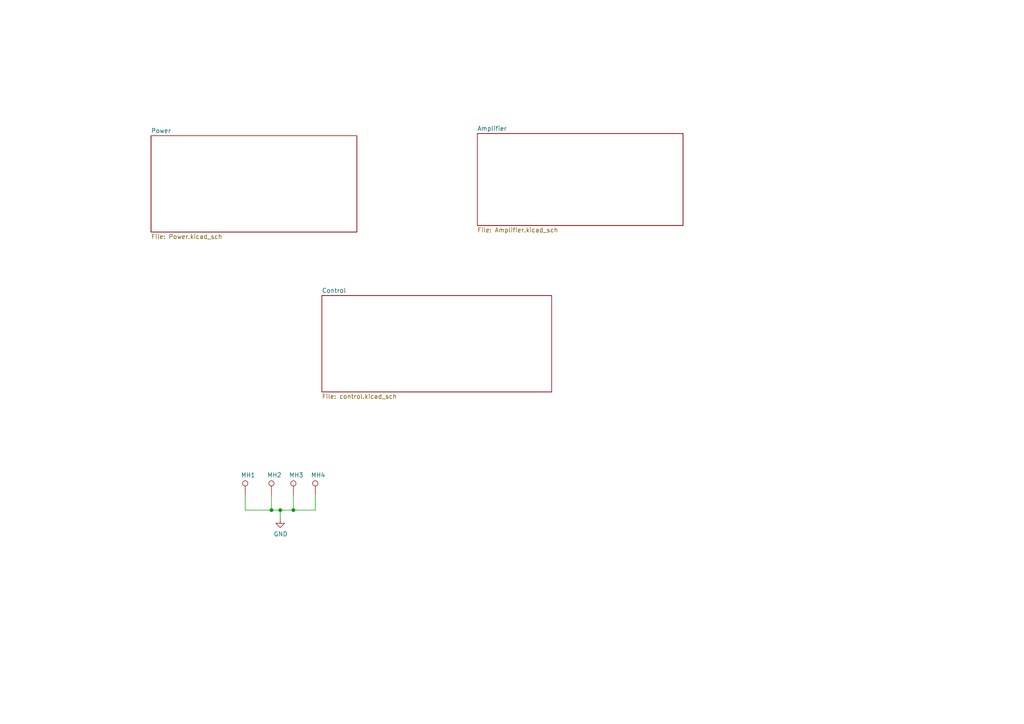
<source format=kicad_sch>
(kicad_sch (version 20231120) (generator "eeschema") (generator_version "8.0")
  (paper "A4")
  (title_block (title "Radioberry - amplifier") (date "2020-12-18") (rev "beta 1") (company "AppMind") (comment 1 "PA3GSB Johan Maas"))
  (lib_symbols
    (symbol "hermeslite:GND" (power) (pin_names (offset 0))
      (property "Value" "GND" (at 0 -3.81 0))
      (symbol "GND_0_1"
        (polyline (pts (xy 0 0) (xy 0 -1.27) (xy 1.27 -1.27) (xy 0 -2.54) (xy -1.27 -1.27) (xy 0 -1.27)))
      )
      (symbol "GND_1_1"
        (pin power_in line (at 0 0 270) (length 0) hide (name "GND") (number "1"))
      )
    )
    (symbol "hermeslite:TEST_1P" (pin_numbers hide) (pin_names (offset 0.762) hide)
      (property "Reference" "J" (at 0 6.858 0))
      (property "Value" "TEST_1P" (at 0 5.08 0))
      (symbol "TEST_1P_0_1"
        (circle (center 0 3.302) (radius 0.762))
      )
      (symbol "TEST_1P_1_1"
        (pin passive line (at 0 0 90) (length 2.54) (name "1") (number "1"))
      )
    )
  )
  (junction (at 81.28 147.955))
  (junction (at 78.74 147.955))
  (junction (at 85.09 147.955))
  (wire (pts (xy 85.09 143.51) (xy 85.09 147.955)))
  (wire (pts (xy 91.44 147.955) (xy 91.44 143.51)))
  (wire (pts (xy 71.12 147.955) (xy 78.74 147.955)))
  (wire (pts (xy 81.28 150.495) (xy 81.28 147.955)))
  (wire (pts (xy 85.09 147.955) (xy 91.44 147.955)))
  (wire (pts (xy 78.74 147.955) (xy 81.28 147.955)))
  (wire (pts (xy 78.74 143.51) (xy 78.74 147.955)))
  (wire (pts (xy 71.12 143.51) (xy 71.12 147.955)))
  (wire (pts (xy 81.28 147.955) (xy 85.09 147.955)))
  (symbol (lib_id "hermeslite:TEST_1P") (at 71.12 143.51 0) (unit 1)
    (property "Reference" "MH1" (at 69.85 137.795 0) (effects (justify left)))
    (property "Value" "DNI" (effects (hide yes)))
    (property "Footprint" "HERMESLITE:m3" (effects (hide yes)))
    (property "Option" "DNI" (effects (hide yes)))
    (property "Key" "NOBOM" (effects (hide yes)))
  )
  (symbol (lib_id "hermeslite:TEST_1P") (at 78.74 143.51 0) (unit 1)
    (property "Reference" "MH2" (at 77.47 137.795 0) (effects (justify left)))
    (property "Value" "DNI" (effects (hide yes)))
    (property "Footprint" "HERMESLITE:m3" (effects (hide yes)))
    (property "Option " "DNI" (effects (hide yes)))
    (property "Key" "NOBOM" (effects (hide yes)))
  )
  (symbol (lib_id "hermeslite:TEST_1P") (at 85.09 143.51 0) (unit 1)
    (property "Reference" "MH3" (at 83.82 137.795 0) (effects (justify left)))
    (property "Value" "DNI" (effects (hide yes)))
    (property "Footprint" "HERMESLITE:m3" (effects (hide yes)))
    (property "Option " "DNI" (effects (hide yes)))
    (property "Key" "NOBOM" (effects (hide yes)))
  )
  (symbol (lib_id "hermeslite:TEST_1P") (at 91.44 143.51 0) (unit 1)
    (property "Reference" "MH4" (at 90.17 137.795 0) (effects (justify left)))
    (property "Value" "DNI" (effects (hide yes)))
    (property "Footprint" "HERMESLITE:m3" (effects (hide yes)))
    (property "Option" "DNI" (effects (hide yes)))
    (property "Key" "NOBOM" (effects (hide yes)))
  )
  (symbol (lib_id "hermeslite:GND") (at 81.28 150.495 0) (unit 1)
    (property "Reference" "#PWR0114" (effects (hide yes)))
    (property "Value" "GND" (at 81.407 154.8892 0))
  )
  (sheet (at 138.43 38.735) (size 59.69 26.67)
    (property "Sheetname" "Amplifier" (at 138.43 38.0234 0) (effects (justify left bottom)))
    (property "Sheetfile" "Amplifier.kicad_sch" (at 138.43 65.9896 0) (effects (justify left top)))
  )
  (sheet (at 93.345 85.725) (size 66.675 27.94)
    (property "Sheetname" "Control" (at 93.345 85.0134 0) (effects (justify left bottom)))
    (property "Sheetfile" "control.kicad_sch" (at 93.345 114.2496 0) (effects (justify left top)))
  )
  (sheet (at 43.815 39.37) (size 59.69 27.94)
    (property "Sheetname" "Power" (at 43.815 38.6584 0) (effects (justify left bottom)))
    (property "Sheetfile" "Power.kicad_sch" (at 43.815 67.8946 0) (effects (justify left top)))
  )
)
</source>
